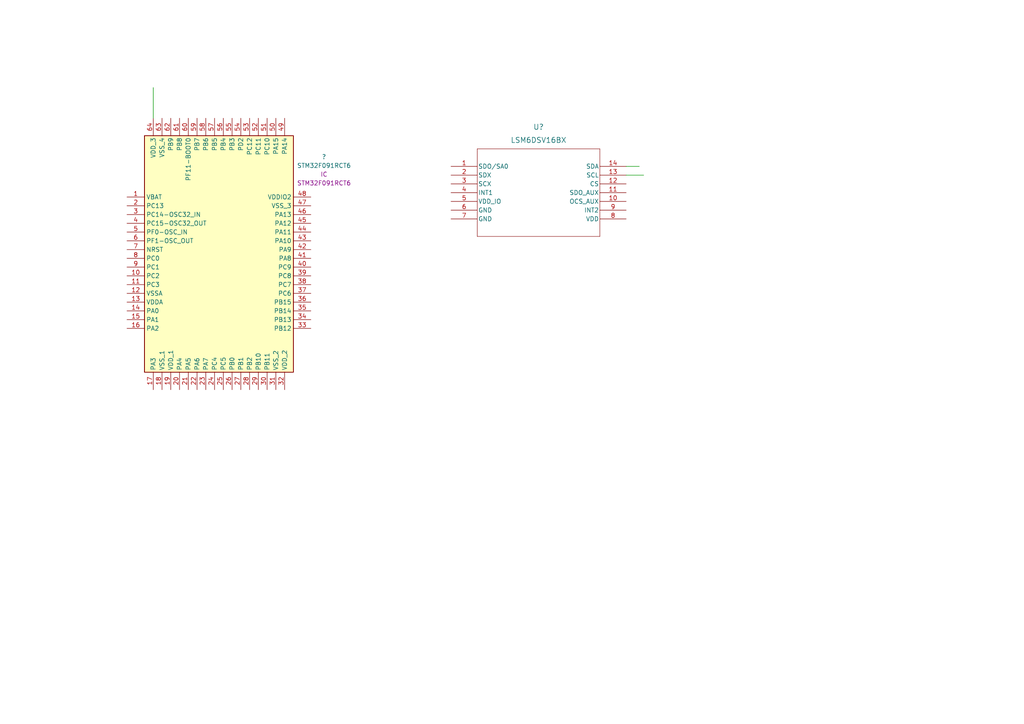
<source format=kicad_sch>
(kicad_sch (version 20211123) (generator eeschema)
  (paper "A4")
  (lib_symbols
    (symbol "2023-09-13_16-10-09:LSM6DSV16BX" (pin_names (offset 0.254))
      (property "Reference" "U" (at 25.4 10.16 0))
      (property "Value" "LSM6DSV16BX" (at 25.4 7.62 0))
      (symbol "LSM6DSV16BX_0_1"
        (polyline (pts (xy 7.62 -20.32) (xy 43.18 -20.32)) (stroke (width 0.127)))
        (polyline (pts (xy 7.62 5.08) (xy 7.62 -20.32)) (stroke (width 0.127)))
        (polyline (pts (xy 43.18 -20.32) (xy 43.18 5.08)) (stroke (width 0.127)))
        (polyline (pts (xy 43.18 5.08) (xy 7.62 5.08)) (stroke (width 0.127)))
        (pin unspecified line (at 0 0 0) (length 7.62) (name "SDO/SA0") (number "1"))
        (pin unspecified line (at 50.8 -10.16 180) (length 7.62) (name "OCS_AUX") (number "10"))
        (pin unspecified line (at 50.8 -7.62 180) (length 7.62) (name "SDO_AUX") (number "11"))
        (pin unspecified line (at 50.8 -5.08 180) (length 7.62) (name "CS") (number "12"))
        (pin unspecified line (at 50.8 -2.54 180) (length 7.62) (name "SCL") (number "13"))
        (pin unspecified line (at 50.8 0 180) (length 7.62) (name "SDA") (number "14"))
        (pin unspecified line (at 0 -2.54 0) (length 7.62) (name "SDX") (number "2"))
        (pin unspecified line (at 0 -5.08 0) (length 7.62) (name "SCX") (number "3"))
        (pin unspecified line (at 0 -7.62 0) (length 7.62) (name "INT1") (number "4"))
        (pin unspecified line (at 0 -10.16 0) (length 7.62) (name "VDD_IO") (number "5"))
        (pin unspecified line (at 0 -12.7 0) (length 7.62) (name "GND") (number "6"))
        (pin unspecified line (at 0 -15.24 0) (length 7.62) (name "GND") (number "7"))
        (pin unspecified line (at 50.8 -15.24 180) (length 7.62) (name "VDD") (number "8"))
        (pin unspecified line (at 50.8 -12.7 180) (length 7.62) (name "INT2") (number "9"))
      )
    )
    (symbol "STM32F091RCT6:STM32F091RCT6"
      (property "Value" "STM32F091RCT6" (at 0 0 0))
      (property "Reference_1" "IC" (at 49.53 22.86 0))
      (property "Value_1" "STM32F091RCT6" (at 49.53 20.32 0))
      (symbol "STM32F091RCT6_1_1"
        (rectangle (start 5.08 17.78) (end 48.26 -50.8) (stroke (width 0.254)) (fill (type background)))
        (pin passive line (at 0 0 0) (length 5.08) (name "VBAT") (number "1"))
        (pin passive line (at 0 -22.86 0) (length 5.08) (name "PC2") (number "10"))
        (pin passive line (at 0 -25.4 0) (length 5.08) (name "PC3") (number "11"))
        (pin passive line (at 0 -27.94 0) (length 5.08) (name "VSSA") (number "12"))
        (pin passive line (at 0 -30.48 0) (length 5.08) (name "VDDA") (number "13"))
        (pin passive line (at 0 -33.02 0) (length 5.08) (name "PA0") (number "14"))
        (pin passive line (at 0 -35.56 0) (length 5.08) (name "PA1") (number "15"))
        (pin passive line (at 0 -38.1 0) (length 5.08) (name "PA2") (number "16"))
        (pin passive line (at 7.62 -55.88 90) (length 5.08) (name "PA3") (number "17"))
        (pin passive line (at 10.16 -55.88 90) (length 5.08) (name "VSS_1") (number "18"))
        (pin passive line (at 12.7 -55.88 90) (length 5.08) (name "VDD_1") (number "19"))
        (pin passive line (at 0 -2.54 0) (length 5.08) (name "PC13") (number "2"))
        (pin passive line (at 15.24 -55.88 90) (length 5.08) (name "PA4") (number "20"))
        (pin passive line (at 17.78 -55.88 90) (length 5.08) (name "PA5") (number "21"))
        (pin passive line (at 20.32 -55.88 90) (length 5.08) (name "PA6") (number "22"))
        (pin passive line (at 22.86 -55.88 90) (length 5.08) (name "PA7") (number "23"))
        (pin passive line (at 25.4 -55.88 90) (length 5.08) (name "PC4") (number "24"))
        (pin passive line (at 27.94 -55.88 90) (length 5.08) (name "PC5") (number "25"))
        (pin passive line (at 30.48 -55.88 90) (length 5.08) (name "PB0") (number "26"))
        (pin passive line (at 33.02 -55.88 90) (length 5.08) (name "PB1") (number "27"))
        (pin passive line (at 35.56 -55.88 90) (length 5.08) (name "PB2") (number "28"))
        (pin passive line (at 38.1 -55.88 90) (length 5.08) (name "PB10") (number "29"))
        (pin passive line (at 0 -5.08 0) (length 5.08) (name "PC14-OSC32_IN") (number "3"))
        (pin passive line (at 40.64 -55.88 90) (length 5.08) (name "PB11") (number "30"))
        (pin passive line (at 43.18 -55.88 90) (length 5.08) (name "VSS_2") (number "31"))
        (pin passive line (at 45.72 -55.88 90) (length 5.08) (name "VDD_2") (number "32"))
        (pin passive line (at 53.34 -38.1 180) (length 5.08) (name "PB12") (number "33"))
        (pin passive line (at 53.34 -35.56 180) (length 5.08) (name "PB13") (number "34"))
        (pin passive line (at 53.34 -33.02 180) (length 5.08) (name "PB14") (number "35"))
        (pin passive line (at 53.34 -30.48 180) (length 5.08) (name "PB15") (number "36"))
        (pin passive line (at 53.34 -27.94 180) (length 5.08) (name "PC6") (number "37"))
        (pin passive line (at 53.34 -25.4 180) (length 5.08) (name "PC7") (number "38"))
        (pin passive line (at 53.34 -22.86 180) (length 5.08) (name "PC8") (number "39"))
        (pin passive line (at 0 -7.62 0) (length 5.08) (name "PC15-OSC32_OUT") (number "4"))
        (pin passive line (at 53.34 -20.32 180) (length 5.08) (name "PC9") (number "40"))
        (pin passive line (at 53.34 -17.78 180) (length 5.08) (name "PA8") (number "41"))
        (pin passive line (at 53.34 -15.24 180) (length 5.08) (name "PA9") (number "42"))
        (pin passive line (at 53.34 -12.7 180) (length 5.08) (name "PA10") (number "43"))
        (pin passive line (at 53.34 -10.16 180) (length 5.08) (name "PA11") (number "44"))
        (pin passive line (at 53.34 -7.62 180) (length 5.08) (name "PA12") (number "45"))
        (pin passive line (at 53.34 -5.08 180) (length 5.08) (name "PA13") (number "46"))
        (pin passive line (at 53.34 -2.54 180) (length 5.08) (name "VSS_3") (number "47"))
        (pin passive line (at 53.34 0 180) (length 5.08) (name "VDDIO2") (number "48"))
        (pin passive line (at 45.72 22.86 270) (length 5.08) (name "PA14") (number "49"))
        (pin passive line (at 0 -10.16 0) (length 5.08) (name "PF0-OSC_IN") (number "5"))
        (pin passive line (at 43.18 22.86 270) (length 5.08) (name "PA15") (number "50"))
        (pin passive line (at 40.64 22.86 270) (length 5.08) (name "PC10") (number "51"))
        (pin passive line (at 38.1 22.86 270) (length 5.08) (name "PC11") (number "52"))
        (pin passive line (at 35.56 22.86 270) (length 5.08) (name "PC12") (number "53"))
        (pin passive line (at 33.02 22.86 270) (length 5.08) (name "PD2") (number "54"))
        (pin passive line (at 30.48 22.86 270) (length 5.08) (name "PB3") (number "55"))
        (pin passive line (at 27.94 22.86 270) (length 5.08) (name "PB4") (number "56"))
        (pin passive line (at 25.4 22.86 270) (length 5.08) (name "PB5") (number "57"))
        (pin passive line (at 22.86 22.86 270) (length 5.08) (name "PB6") (number "58"))
        (pin passive line (at 20.32 22.86 270) (length 5.08) (name "PB7") (number "59"))
        (pin passive line (at 0 -12.7 0) (length 5.08) (name "PF1-OSC_OUT") (number "6"))
        (pin passive line (at 17.78 22.86 270) (length 5.08) (name "PF11-BOOT0") (number "60"))
        (pin passive line (at 15.24 22.86 270) (length 5.08) (name "PB8") (number "61"))
        (pin passive line (at 12.7 22.86 270) (length 5.08) (name "PB9") (number "62"))
        (pin passive line (at 10.16 22.86 270) (length 5.08) (name "VSS_4") (number "63"))
        (pin passive line (at 7.62 22.86 270) (length 5.08) (name "VDD_3") (number "64"))
        (pin passive line (at 0 -15.24 0) (length 5.08) (name "NRST") (number "7"))
        (pin passive line (at 0 -17.78 0) (length 5.08) (name "PC0") (number "8"))
        (pin passive line (at 0 -20.32 0) (length 5.08) (name "PC1") (number "9"))
      )
    )
  )
  (wire (pts (xy 44.45 34.29) (xy 44.45 25.4)))
  (wire (pts (xy 181.61 48.26) (xy 185.42 48.26)))
  (wire (pts (xy 181.61 50.8) (xy 186.69 50.8)))
  (symbol (lib_id "STM32F091RCT6:STM32F091RCT6") (at 36.83 57.15 0) (unit 1)
    (property "Reference" "?" (at 93.98 45.4912 0))
    (property "Value" "STM32F091RCT6" (at 93.98 48.0312 0))
    (property "Reference_1" "IC" (at 93.98 50.5712 0))
    (property "Value_1" "STM32F091RCT6" (at 93.98 53.1112 0))
    (property "Footprint_1" "QFP50P1200X1200X160-64N" (effects hide))
    (property "Datasheet_1" "http://www.st.com/content/ccc/resource/technical/document/datasheet/95/3c/2e/5b/21/09/45/a6/DM00115237.pdf/files/DM00115237.pdf/jcr:content/translations/en.DM00115237.pdf" (effects hide))
    (property "Height" "1.6" (effects hide))
    (property "Mouser Part Number" "511-STM32F091RCT6" (effects hide))
    (property "Mouser Price/Stock" "https://www.mouser.co.uk/ProductDetail/STMicroelectronics/STM32F091RCT6?qs=ClYTdQWm4hDCc82GnPpqOQ%3D%3D" (effects hide))
    (property "Manufacturer_Name" "STMicroelectronics" (effects hide))
    (property "Manufacturer_Part_Number" "STM32F091RCT6" (effects hide))
  )
  (symbol (lib_id "2023-09-13_16-10-09:LSM6DSV16BX") (at 130.81 48.26 0) (unit 1)
    (property "Reference" "U?" (at 156.21 36.83 0) (effects (font (size 1.524 1.524))))
    (property "Value" "LSM6DSV16BX" (at 156.21 40.64 0) (effects (font (size 1.524 1.524))))
    (property "Footprint" "LGA14L_2P59X3P1X0P5_STM" (effects hide))
    (property "Datasheet" "LSM6DSV16BX" (effects hide))
  )
)
</source>
